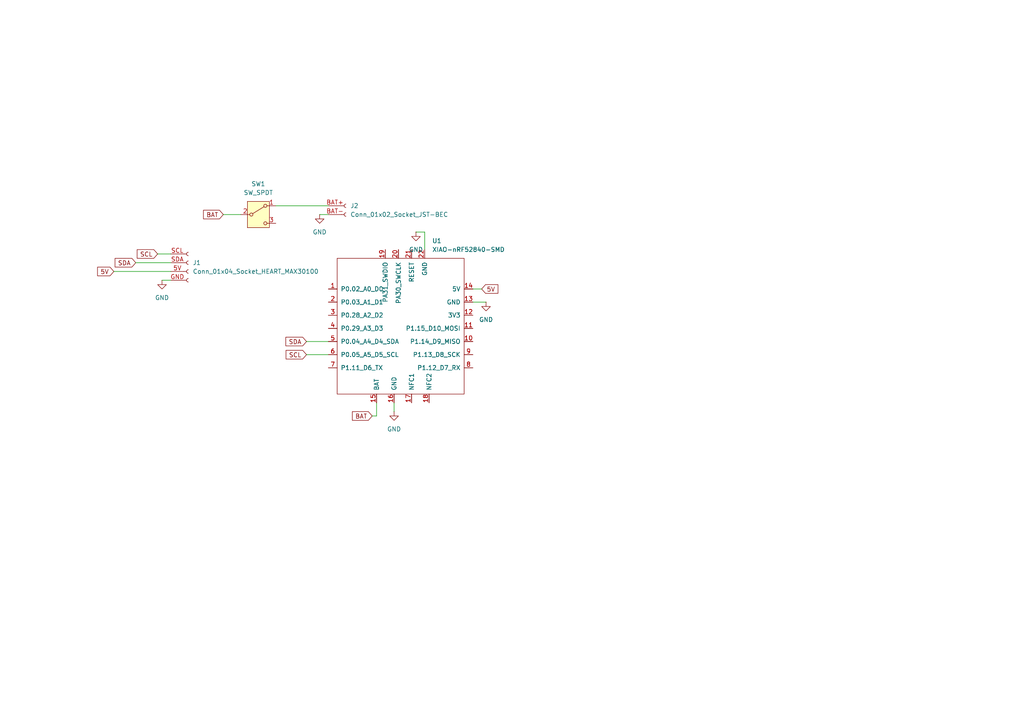
<source format=kicad_sch>
(kicad_sch (version 20250114) (generator "eeschema") (generator_version "9.0")
  (paper "A4")
  (lib_symbols
    (symbol "Connector:Conn_01x02_Socket" (pin_names (offset 1.016) (hide yes))
      (property "Reference" "J2" (at 1.27 0.0001 0))
      (property "Value" "Conn_01x02_Socket_JST-BEC" (at 1.27 -2.5399 0))
      (symbol "Conn_01x02_Socket_1_1"
        (polyline (pts (xy -1.27 0) (xy -0.508 0)) (stroke (width 0.1524)))
        (polyline (pts (xy -1.27 -2.54) (xy -0.508 -2.54)) (stroke (width 0.1524)))
        (arc (start 0 -0.508) (mid -0.5058 0) (end 0 0.508) (stroke (width 0.1524)))
        (arc (start 0 -3.048) (mid -0.5058 -2.54) (end 0 -2.032) (stroke (width 0.1524)))
        (pin passive line (at -5.08 0 0) (length 3.81) (name "BAT+") (number "BAT+"))
        (pin passive line (at -5.08 -2.54 0) (length 3.81) (name "BAT-") (number "BAT-"))
      )
    )
    (symbol "Connector:Conn_01x04_Socket" (pin_names (offset 1.016) (hide yes))
      (property "Reference" "J1" (at 1.27 0.0001 0))
      (property "Value" "Conn_01x04_Socket_HEART_MAX30100" (at 1.27 -2.5399 0))
      (symbol "Conn_01x04_Socket_1_1"
        (polyline (pts (xy -1.27 2.54) (xy -0.508 2.54)) (stroke (width 0.1524)))
        (polyline (pts (xy -1.27 0) (xy -0.508 0)) (stroke (width 0.1524)))
        (polyline (pts (xy -1.27 -2.54) (xy -0.508 -2.54)) (stroke (width 0.1524)))
        (polyline (pts (xy -1.27 -5.08) (xy -0.508 -5.08)) (stroke (width 0.1524)))
        (arc (start 0 2.032) (mid -0.5058 2.54) (end 0 3.048) (stroke (width 0.1524)))
        (arc (start 0 -0.508) (mid -0.5058 0) (end 0 0.508) (stroke (width 0.1524)))
        (arc (start 0 -3.048) (mid -0.5058 -2.54) (end 0 -2.032) (stroke (width 0.1524)))
        (arc (start 0 -5.588) (mid -0.5058 -5.08) (end 0 -4.572) (stroke (width 0.1524)))
        (pin passive line (at -5.08 2.54 0) (length 3.81) (name "SCL") (number "SCL"))
        (pin passive line (at -5.08 0 0) (length 3.81) (name "SDA") (number "SDA"))
        (pin passive line (at -5.08 -2.54 0) (length 3.81) (name "5V") (number "5V"))
        (pin passive line (at -5.08 -5.08 0) (length 3.81) (name "GND") (number "GND"))
      )
    )
    (symbol "Seeed_Studio_XIAO_Series:XIAO-nRF52840-SMD" (pin_names (offset 1.016))
      (property "Reference" "U" (at -18.542 23.114 0))
      (property "Value" "XIAO-nRF52840-SMD" (at -8.636 21.336 0))
      (symbol "XIAO-nRF52840-SMD_0_1"
        (rectangle (start -19.05 20.32) (end 17.78 -19.05))
      )
      (symbol "XIAO-nRF52840-SMD_1_1"
        (pin passive line (at -21.59 11.43 0) (length 2.54) (name "P0.02_A0_D0") (number "1"))
        (pin passive line (at -21.59 7.62 0) (length 2.54) (name "P0.03_A1_D1") (number "2"))
        (pin passive line (at -21.59 3.81 0) (length 2.54) (name "P0.28_A2_D2") (number "3"))
        (pin passive line (at -21.59 0 0) (length 2.54) (name "P0.29_A3_D3") (number "4"))
        (pin passive line (at -21.59 -3.81 0) (length 2.54) (name "P0.04_A4_D4_SDA") (number "5"))
        (pin passive line (at -21.59 -7.62 0) (length 2.54) (name "P0.05_A5_D5_SCL") (number "6"))
        (pin passive line (at -21.59 -11.43 0) (length 2.54) (name "P1.11_D6_TX") (number "7"))
        (pin passive line (at -7.62 -21.59 90) (length 2.54) (name "BAT") (number "15"))
        (pin passive line (at -5.08 22.86 270) (length 2.54) (name "PA31_SWDIO") (number "19"))
        (pin passive line (at -2.54 -21.59 90) (length 2.54) (name "GND") (number "16"))
        (pin passive line (at -1.27 22.86 270) (length 2.54) (name "PA30_SWCLK") (number "20"))
        (pin passive line (at 2.54 22.86 270) (length 2.54) (name "RESET") (number "21"))
        (pin passive line (at 2.54 -21.59 90) (length 2.54) (name "NFC1") (number "17"))
        (pin passive line (at 6.35 22.86 270) (length 2.54) (name "GND") (number "22"))
        (pin passive line (at 7.62 -21.59 90) (length 2.54) (name "NFC2") (number "18"))
        (pin passive line (at 20.32 11.43 180) (length 2.54) (name "5V") (number "14"))
        (pin passive line (at 20.32 7.62 180) (length 2.54) (name "GND") (number "13"))
        (pin passive line (at 20.32 3.81 180) (length 2.54) (name "3V3") (number "12"))
        (pin passive line (at 20.32 0 180) (length 2.54) (name "P1.15_D10_MOSI") (number "11"))
        (pin passive line (at 20.32 -3.81 180) (length 2.54) (name "P1.14_D9_MISO") (number "10"))
        (pin passive line (at 20.32 -7.62 180) (length 2.54) (name "P1.13_D8_SCK") (number "9"))
        (pin passive line (at 20.32 -11.43 180) (length 2.54) (name "P1.12_D7_RX") (number "8"))
      )
    )
    (symbol "Switch:SW_SPDT" (pin_names (offset 0) (hide yes))
      (property "Reference" "SW" (at 0 5.08 0))
      (property "Value" "SW_SPDT" (at 0 -5.08 0))
      (symbol "SW_SPDT_0_1"
        (circle (center -2.032 0) (radius 0.4572))
        (polyline (pts (xy -1.651 0.254) (xy 1.651 2.286)))
        (circle (center 2.032 2.54) (radius 0.4572))
        (circle (center 2.032 -2.54) (radius 0.4572))
      )
      (symbol "SW_SPDT_1_1"
        (rectangle (start -3.175 3.81) (end 3.175 -3.81) (fill (type background)))
        (pin passive line (at -5.08 0 0) (length 2.54) (name "B") (number "2"))
        (pin passive line (at 5.08 2.54 180) (length 2.54) (name "A") (number "1"))
        (pin passive line (at 5.08 -2.54 180) (length 2.54) (name "C") (number "3"))
      )
    )
    (symbol "power:GND" (power) (pin_numbers (hide yes)) (pin_names (offset 0) (hide yes))
      (property "Value" "GND" (at 0 -3.81 0))
      (symbol "GND_0_1"
        (polyline (pts (xy 0 0) (xy 0 -1.27) (xy 1.27 -1.27) (xy 0 -2.54) (xy -1.27 -1.27) (xy 0 -1.27)))
      )
      (symbol "GND_1_1"
        (pin power_in line (at 0 0 270) (length 0) (name "~") (number "1"))
      )
    )
  )
  (wire (pts (xy 109.22 116.84) (xy 109.22 120.65)))
  (wire (pts (xy 109.22 120.65) (xy 107.95 120.65)))
  (wire (pts (xy 120.65 67.31) (xy 123.19 67.31)))
  (wire (pts (xy 139.7 83.82) (xy 137.16 83.82)))
  (wire (pts (xy 39.37 76.2) (xy 49.53 76.2)))
  (wire (pts (xy 45.72 73.66) (xy 49.53 73.66)))
  (wire (pts (xy 123.19 72.39) (xy 123.19 67.31)))
  (wire (pts (xy 88.9 102.87) (xy 95.25 102.87)))
  (wire (pts (xy 80.01 59.69) (xy 95.25 59.69)))
  (wire (pts (xy 88.9 99.06) (xy 95.25 99.06)))
  (wire (pts (xy 33.02 78.74) (xy 49.53 78.74)))
  (wire (pts (xy 92.71 62.23) (xy 95.25 62.23)))
  (wire (pts (xy 64.77 62.23) (xy 69.85 62.23)))
  (wire (pts (xy 114.3 116.84) (xy 114.3 119.38)))
  (wire (pts (xy 46.99 81.28) (xy 49.53 81.28)))
  (wire (pts (xy 137.16 87.63) (xy 140.97 87.63)))
  (global_label "BAT" (shape input) (at 107.95 120.65 180) (property "Intersheetrefs" "${INTERSHEET_REFS}" (effects (hide yes))))
  (global_label "5V" (shape input) (at 139.7 83.82 0) (property "Intersheetrefs" "${INTERSHEET_REFS}" (effects (hide yes))))
  (global_label "5V" (shape input) (at 33.02 78.74 180) (property "Intersheetrefs" "${INTERSHEET_REFS}" (effects (hide yes))))
  (global_label "BAT" (shape input) (at 64.77 62.23 180) (property "Intersheetrefs" "${INTERSHEET_REFS}" (effects (hide yes))))
  (global_label "SCL" (shape input) (at 88.9 102.87 180) (property "Intersheetrefs" "${INTERSHEET_REFS}" (effects (hide yes))))
  (global_label "SDA" (shape input) (at 39.37 76.2 180) (property "Intersheetrefs" "${INTERSHEET_REFS}" (effects (hide yes))))
  (global_label "SDA" (shape input) (at 88.9 99.06 180) (property "Intersheetrefs" "${INTERSHEET_REFS}" (effects (hide yes))))
  (global_label "SCL" (shape input) (at 45.72 73.66 180) (property "Intersheetrefs" "${INTERSHEET_REFS}" (effects (hide yes))))
  (symbol (lib_id "power:GND") (at 46.99 81.28 0) (unit 1)
    (property "Reference" "#PWR04" (effects (hide yes)))
    (property "Value" "GND" (at 46.99 86.36 0))
    (property "Description" "Power symbol creates a global label with name \"GND\" , ground" (effects (hide yes)))
  )
  (symbol (lib_id "Connector:Conn_01x04_Socket") (at 54.61 76.2 0) (unit 1)
    (property "Reference" "J1" (at 55.88 76.1999 0) (effects (justify left)))
    (property "Value" "Conn_01x04_Socket_HEART_MAX30100" (at 55.88 78.7399 0) (effects (justify left)))
    (property "Description" "Generic connector, single row, 01x04, script generated" (effects (hide yes)))
  )
  (symbol (lib_id "Seeed_Studio_XIAO_Series:XIAO-nRF52840-SMD") (at 116.84 95.25 0) (unit 1)
    (property "Reference" "U1" (at 125.3333 69.85 0) (effects (justify left)))
    (property "Value" "XIAO-nRF52840-SMD" (at 125.3333 72.39 0) (effects (justify left)))
  )
  (symbol (lib_id "Connector:Conn_01x02_Socket") (at 100.33 59.69 0) (unit 1)
    (property "Reference" "J2" (at 101.6 59.6899 0) (effects (justify left)))
    (property "Value" "Conn_01x02_Socket_JST-BEC" (at 101.6 62.2299 0) (effects (justify left)))
    (property "Description" "Generic connector, single row, 01x02, script generated" (effects (hide yes)))
  )
  (symbol (lib_id "Switch:SW_SPDT") (at 74.93 62.23 0) (unit 1)
    (property "Reference" "SW1" (at 74.93 53.34 0))
    (property "Value" "SW_SPDT" (at 74.93 55.88 0))
    (property "Description" "Switch, single pole double throw" (effects (hide yes)))
  )
  (symbol (lib_id "power:GND") (at 92.71 62.23 0) (unit 1)
    (property "Reference" "#PWR01" (effects (hide yes)))
    (property "Value" "GND" (at 92.71 67.31 0))
    (property "Description" "Power symbol creates a global label with name \"GND\" , ground" (effects (hide yes)))
  )
  (symbol (lib_id "power:GND") (at 120.65 67.31 0) (unit 1)
    (property "Reference" "#PWR03" (effects (hide yes)))
    (property "Value" "GND" (at 120.65 72.39 0))
    (property "Description" "Power symbol creates a global label with name \"GND\" , ground" (effects (hide yes)))
  )
  (symbol (lib_id "power:GND") (at 140.97 87.63 0) (unit 1)
    (property "Reference" "#PWR05" (effects (hide yes)))
    (property "Value" "GND" (at 140.97 92.71 0))
    (property "Description" "Power symbol creates a global label with name \"GND\" , ground" (effects (hide yes)))
  )
  (symbol (lib_id "power:GND") (at 114.3 119.38 0) (unit 1)
    (property "Reference" "#PWR02" (effects (hide yes)))
    (property "Value" "GND" (at 114.3 124.46 0))
    (property "Description" "Power symbol creates a global label with name \"GND\" , ground" (effects (hide yes)))
  )
)
</source>
